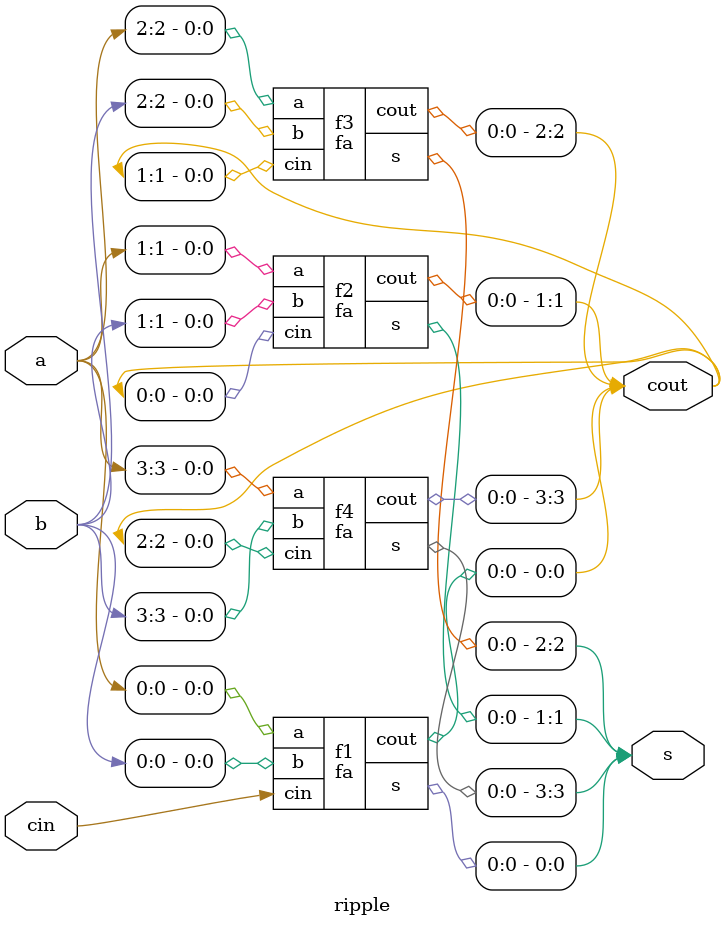
<source format=v>
`timescale 1ns / 1ps


module ha(
    input a, b,
    output s, c
    );
    
assign s = a ^ b;
assign c = a & b;

endmodule

module fa(
    input a, b, cin,
    output s, cout
    );
    
wire t1, t2, t3;

ha h1(.a(a), .b(b), .s(t1), .c(t2));
ha h2(.a(t1), .b(cin), .s(s), .c(t3));

assign cout = t2 | t3;

endmodule

module ripple(
    input [3:0] a, b,
    input cin,
    output [3:0] s, cout
    );

fa f1(.a(a[0]), .b(b[0]), .cin(cin), .s(s[0]), .cout(cout[0]));
fa f2(.a(a[1]), .b(b[1]), .cin(cout[0]), .s(s[1]), .cout(cout[1]));
fa f3(.a(a[2]), .b(b[2]), .cin(cout[1]), .s(s[2]), .cout(cout[2]));
fa f4(.a(a[3]), .b(b[3]), .cin(cout[2]), .s(s[3]), .cout(cout[3]));

endmodule
</source>
